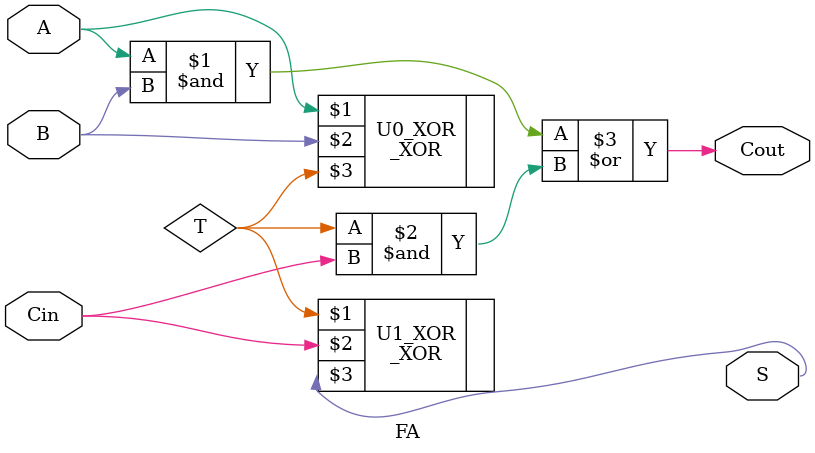
<source format=v>
module FA(A,B,Cin,S,Cout);
	input A,B,Cin; //Declare Input A, B and Carry In
	output S,Cout; //Declare Output Sum and Carry Out
	
	wire T;
	
	//instance
	_XOR U0_XOR(A,B,T);   //T = A ⊕ B Using XOR gate
	_XOR U1_XOR(T,Cin,S); //S = T ⊕ Cin Using XOR gate
	assign Cout = (A & B) | (T & Cin); //assign for Carry Out
	
endmodule

</source>
